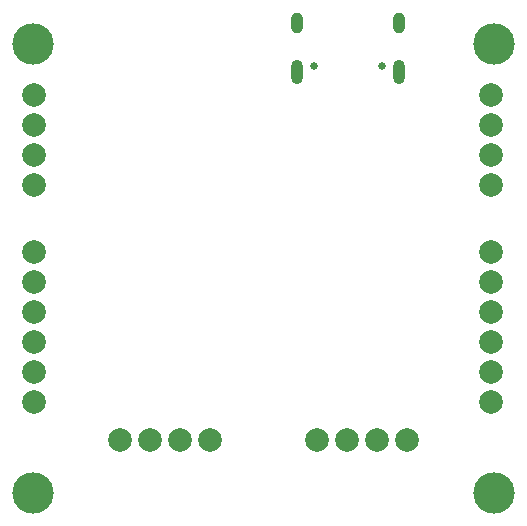
<source format=gbr>
%TF.GenerationSoftware,Altium Limited,Altium Designer,24.5.2 (23)*%
G04 Layer_Color=255*
%FSLAX45Y45*%
%MOMM*%
%TF.SameCoordinates,5BA462C2-C504-45FF-B61C-4F2A3F915A71*%
%TF.FilePolarity,Positive*%
%TF.FileFunction,Pads,Bot*%
%TF.Part,Single*%
G01*
G75*
%TA.AperFunction,ViaPad*%
%ADD41C,3.50000*%
%TA.AperFunction,ComponentPad*%
%ADD42C,2.00000*%
%TA.AperFunction,TestPad*%
%ADD43O,1.00000X2.10000*%
%ADD44C,0.65000*%
%ADD45O,1.00000X1.80000*%
D41*
X4950000Y11100000D02*
D03*
Y7300000D02*
D03*
X8850000Y11100000D02*
D03*
Y7300000D02*
D03*
D42*
X4953000Y9334500D02*
D03*
Y9080500D02*
D03*
Y8826500D02*
D03*
Y8572500D02*
D03*
Y8064500D02*
D03*
Y8318500D02*
D03*
Y10668000D02*
D03*
Y10414000D02*
D03*
Y9906000D02*
D03*
Y10160000D02*
D03*
X8826500Y9334500D02*
D03*
Y9080500D02*
D03*
Y8826500D02*
D03*
Y8572500D02*
D03*
Y8064500D02*
D03*
Y8318500D02*
D03*
Y10668000D02*
D03*
Y10414000D02*
D03*
Y9906000D02*
D03*
Y10160000D02*
D03*
X7604000Y7750000D02*
D03*
X7350000D02*
D03*
X7858000D02*
D03*
X8112000D02*
D03*
X6450000D02*
D03*
X6196000D02*
D03*
X5688000D02*
D03*
X5942000D02*
D03*
D43*
X7185500Y10862251D02*
D03*
X8049500D02*
D03*
D44*
X7906500Y10912250D02*
D03*
X7328500D02*
D03*
D45*
X8049500Y11280250D02*
D03*
X7185500D02*
D03*
%TF.MD5,be07a58a9dfcc0f5980a57dd1636910e*%
M02*

</source>
